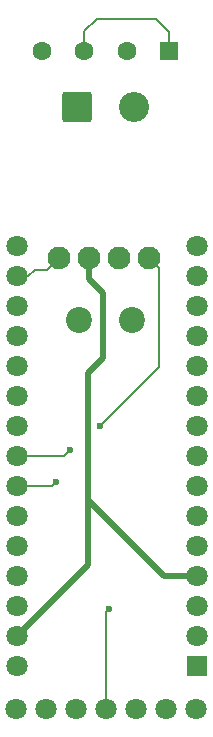
<source format=gbr>
%TF.GenerationSoftware,KiCad,Pcbnew,8.0.8-8.0.8-0~ubuntu24.04.1*%
%TF.CreationDate,2025-02-15T12:59:06-07:00*%
%TF.ProjectId,Temperature Sensor,54656d70-6572-4617-9475-72652053656e,rev?*%
%TF.SameCoordinates,Original*%
%TF.FileFunction,Copper,L2,Bot*%
%TF.FilePolarity,Positive*%
%FSLAX46Y46*%
G04 Gerber Fmt 4.6, Leading zero omitted, Abs format (unit mm)*
G04 Created by KiCad (PCBNEW 8.0.8-8.0.8-0~ubuntu24.04.1) date 2025-02-15 12:59:06*
%MOMM*%
%LPD*%
G01*
G04 APERTURE LIST*
G04 Aperture macros list*
%AMRoundRect*
0 Rectangle with rounded corners*
0 $1 Rounding radius*
0 $2 $3 $4 $5 $6 $7 $8 $9 X,Y pos of 4 corners*
0 Add a 4 corners polygon primitive as box body*
4,1,4,$2,$3,$4,$5,$6,$7,$8,$9,$2,$3,0*
0 Add four circle primitives for the rounded corners*
1,1,$1+$1,$2,$3*
1,1,$1+$1,$4,$5*
1,1,$1+$1,$6,$7*
1,1,$1+$1,$8,$9*
0 Add four rect primitives between the rounded corners*
20,1,$1+$1,$2,$3,$4,$5,0*
20,1,$1+$1,$4,$5,$6,$7,0*
20,1,$1+$1,$6,$7,$8,$9,0*
20,1,$1+$1,$8,$9,$2,$3,0*%
G04 Aperture macros list end*
%TA.AperFunction,ComponentPad*%
%ADD10RoundRect,0.249999X-1.025001X-1.025001X1.025001X-1.025001X1.025001X1.025001X-1.025001X1.025001X0*%
%TD*%
%TA.AperFunction,ComponentPad*%
%ADD11C,2.550000*%
%TD*%
%TA.AperFunction,ComponentPad*%
%ADD12RoundRect,0.250000X0.550000X0.550000X-0.550000X0.550000X-0.550000X-0.550000X0.550000X-0.550000X0*%
%TD*%
%TA.AperFunction,ComponentPad*%
%ADD13C,1.600000*%
%TD*%
%TA.AperFunction,ComponentPad*%
%ADD14R,1.800000X1.800000*%
%TD*%
%TA.AperFunction,ComponentPad*%
%ADD15C,1.800000*%
%TD*%
%TA.AperFunction,ComponentPad*%
%ADD16C,1.930400*%
%TD*%
%TA.AperFunction,ComponentPad*%
%ADD17C,2.200000*%
%TD*%
%TA.AperFunction,ViaPad*%
%ADD18C,0.600000*%
%TD*%
%TA.AperFunction,Conductor*%
%ADD19C,0.200000*%
%TD*%
%TA.AperFunction,Conductor*%
%ADD20C,0.500000*%
%TD*%
G04 APERTURE END LIST*
D10*
%TO.P,J5,1,Pin_1*%
%TO.N,+5v*%
X142100000Y-69250000D03*
D11*
%TO.P,J5,2,Pin_2*%
%TO.N,GND*%
X146900000Y-69250000D03*
%TD*%
D12*
%TO.P,J2,1,Pin_1*%
%TO.N,Low*%
X149900000Y-64500000D03*
D13*
%TO.P,J2,2,Pin_2*%
%TO.N,High*%
X146300000Y-64500000D03*
%TO.P,J2,3,Pin_3*%
%TO.N,Low*%
X142700000Y-64500000D03*
%TO.P,J2,4,Pin_4*%
%TO.N,High*%
X139100000Y-64500000D03*
%TD*%
D14*
%TO.P,UNIT_1,1,D1/TX*%
%TO.N,unconnected-(UNIT_1-D1{slash}TX-Pad1)*%
X152250000Y-116560000D03*
D15*
%TO.P,UNIT_1,2,D0/RX*%
%TO.N,unconnected-(UNIT_1-D0{slash}RX-Pad2)*%
X152250000Y-114020000D03*
%TO.P,UNIT_1,3,RESET*%
%TO.N,unconnected-(UNIT_1-RESET-Pad3)*%
X152250000Y-111480000D03*
%TO.P,UNIT_1,4,COM/GND*%
%TO.N,GND*%
X152250000Y-108940000D03*
%TO.P,UNIT_1,5,D2*%
%TO.N,unconnected-(UNIT_1-D2-Pad5)*%
X152250000Y-106400000D03*
%TO.P,UNIT_1,6,D3*%
%TO.N,unconnected-(UNIT_1-D3-Pad6)*%
X152250000Y-103860000D03*
%TO.P,UNIT_1,7,D4*%
%TO.N,unconnected-(UNIT_1-D4-Pad7)*%
X152250000Y-101320000D03*
%TO.P,UNIT_1,8,D5*%
%TO.N,unconnected-(UNIT_1-D5-Pad8)*%
X152250000Y-98780000D03*
%TO.P,UNIT_1,9,D6*%
%TO.N,unconnected-(UNIT_1-D6-Pad9)*%
X152250000Y-96240000D03*
%TO.P,UNIT_1,10,D7*%
%TO.N,unconnected-(UNIT_1-D7-Pad10)*%
X152250000Y-93700000D03*
%TO.P,UNIT_1,11,D8*%
%TO.N,unconnected-(UNIT_1-D8-Pad11)*%
X152250000Y-91160000D03*
%TO.P,UNIT_1,12,D9*%
%TO.N,unconnected-(UNIT_1-D9-Pad12)*%
X152250000Y-88620000D03*
%TO.P,UNIT_1,13,D10*%
%TO.N,unconnected-(UNIT_1-D10-Pad13)*%
X152250000Y-86080000D03*
%TO.P,UNIT_1,14,D11/MOSI*%
%TO.N,SI*%
X152250000Y-83540000D03*
%TO.P,UNIT_1,15,D12/MISO*%
%TO.N,SO*%
X152250000Y-81000000D03*
%TO.P,UNIT_1,16,D13/SCK*%
%TO.N,SCK*%
X137010000Y-81000000D03*
%TO.P,UNIT_1,17,3V3*%
%TO.N,+3V*%
X137010000Y-83540000D03*
%TO.P,UNIT_1,18,AREF*%
%TO.N,unconnected-(UNIT_1-AREF-Pad18)*%
X137010000Y-86080000D03*
%TO.P,UNIT_1,19,A0*%
%TO.N,unconnected-(UNIT_1-A0-Pad19)*%
X137010000Y-88620000D03*
%TO.P,UNIT_1,20,A1*%
%TO.N,unconnected-(UNIT_1-A1-Pad20)*%
X137010000Y-91160000D03*
%TO.P,UNIT_1,21,A2*%
%TO.N,unconnected-(UNIT_1-A2-Pad21)*%
X137010000Y-93700000D03*
%TO.P,UNIT_1,22,A3*%
%TO.N,unconnected-(UNIT_1-A3-Pad22)*%
X137010000Y-96240000D03*
%TO.P,UNIT_1,23,A4*%
%TO.N,SDA*%
X137010000Y-98780000D03*
%TO.P,UNIT_1,24,A5*%
%TO.N,SCL*%
X137010000Y-101320000D03*
%TO.P,UNIT_1,25,A6*%
%TO.N,unconnected-(UNIT_1-A6-Pad25)*%
X137010000Y-103860000D03*
%TO.P,UNIT_1,26,A7*%
%TO.N,unconnected-(UNIT_1-A7-Pad26)*%
X137010000Y-106400000D03*
%TO.P,UNIT_1,27,+5V*%
%TO.N,+5V*%
X137010000Y-108940000D03*
%TO.P,UNIT_1,28,RESET*%
%TO.N,unconnected-(UNIT_1-RESET-Pad28)*%
X137010000Y-111480000D03*
%TO.P,UNIT_1,29,COM/GND*%
%TO.N,GND*%
X137010000Y-114020000D03*
%TO.P,UNIT_1,30,VIN*%
%TO.N,unconnected-(UNIT_1-VIN-Pad30)*%
X137010000Y-116560000D03*
%TD*%
D16*
%TO.P,UNIT_3,1,VIN*%
%TO.N,+3V*%
X140505000Y-82010000D03*
%TO.P,UNIT_3,2,GND*%
%TO.N,GND*%
X143045000Y-82010000D03*
%TO.P,UNIT_3,3,SCL*%
%TO.N,SCL*%
X145585000Y-82010000D03*
%TO.P,UNIT_3,4,SDA*%
%TO.N,SDA*%
X148125000Y-82010000D03*
%TD*%
D15*
%TO.P,UNIT_2,1,INT*%
%TO.N,unconnected-(UNIT_2-INT-Pad1)*%
X136880000Y-120190000D03*
%TO.P,UNIT_2,2,SCK*%
%TO.N,SCK*%
X139420000Y-120190000D03*
%TO.P,UNIT_2,3,SI*%
%TO.N,SI*%
X141960000Y-120190000D03*
%TO.P,UNIT_2,4,SO*%
%TO.N,SO*%
X144500000Y-120190000D03*
%TO.P,UNIT_2,5,CS*%
%TO.N,CS*%
X147040000Y-120190000D03*
%TO.P,UNIT_2,6,GND*%
%TO.N,0*%
X149580000Y-120190000D03*
%TO.P,UNIT_2,7,VCC*%
%TO.N,+5V*%
X152120000Y-120190000D03*
D17*
%TO.P,UNIT_2,8*%
%TO.N,Low*%
X146750000Y-87250000D03*
%TO.P,UNIT_2,9*%
%TO.N,High*%
X142250000Y-87250000D03*
%TD*%
D18*
%TO.N,SDA*%
X141500000Y-98250000D03*
X144000000Y-96250000D03*
%TO.N,SO*%
X144750000Y-111750000D03*
%TO.N,SCL*%
X140250000Y-101000000D03*
%TD*%
D19*
%TO.N,SDA*%
X137010000Y-98780000D02*
X140970000Y-98780000D01*
X140970000Y-98780000D02*
X141500000Y-98250000D01*
X144000000Y-96250000D02*
X149000000Y-91250000D01*
X149000000Y-91250000D02*
X149000000Y-82885000D01*
X149000000Y-82885000D02*
X148125000Y-82010000D01*
%TO.N,+3V*%
X140505000Y-82010000D02*
X139515000Y-83000000D01*
X138500000Y-83000000D02*
X137960000Y-83540000D01*
X137960000Y-83540000D02*
X137010000Y-83540000D01*
X139515000Y-83000000D02*
X138500000Y-83000000D01*
%TO.N,SO*%
X144500000Y-112000000D02*
X144500000Y-120190000D01*
X144750000Y-111750000D02*
X144500000Y-112000000D01*
%TO.N,SCL*%
X139930000Y-101320000D02*
X140250000Y-101000000D01*
X139930000Y-101320000D02*
X137010000Y-101320000D01*
D20*
%TO.N,GND*%
X143000000Y-108030000D02*
X137010000Y-114020000D01*
X143000000Y-102500000D02*
X143000000Y-108030000D01*
X143045000Y-83795000D02*
X144250000Y-85000000D01*
X149440000Y-108940000D02*
X152250000Y-108940000D01*
X143000000Y-102500000D02*
X149440000Y-108940000D01*
X144250000Y-85000000D02*
X144250000Y-90500000D01*
X143000000Y-91750000D02*
X143000000Y-102500000D01*
X143045000Y-82010000D02*
X143045000Y-83795000D01*
X144250000Y-90500000D02*
X143000000Y-91750000D01*
D19*
%TO.N,Low*%
X149900000Y-62900000D02*
X149900000Y-64500000D01*
X143750000Y-61750000D02*
X148750000Y-61750000D01*
X142700000Y-64500000D02*
X142700000Y-62800000D01*
X142700000Y-62800000D02*
X143750000Y-61750000D01*
X148750000Y-61750000D02*
X149900000Y-62900000D01*
%TD*%
M02*

</source>
